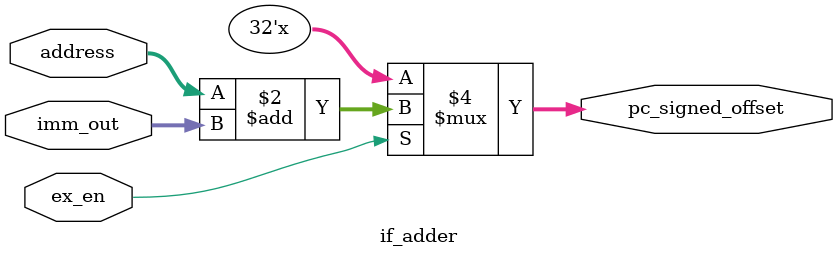
<source format=sv>
module if_adder(address,pc_signed_offset,imm_out,ex_en);
input logic [31:0]address,imm_out;
input logic ex_en;
output logic [31:0]pc_signed_offset;
always_comb
if(ex_en)begin
pc_signed_offset = address + imm_out;
end
endmodule

</source>
